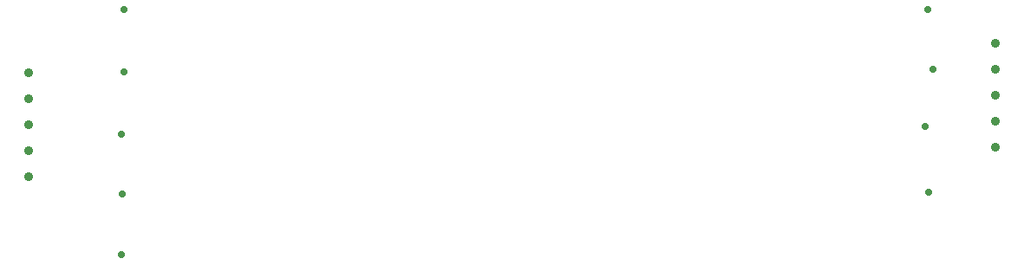
<source format=gbr>
%TF.GenerationSoftware,Altium Limited,Altium Designer,24.0.1 (36)*%
G04 Layer_Color=0*
%FSLAX45Y45*%
%MOMM*%
%TF.SameCoordinates,3215C8D0-E6B2-4662-8DC9-F85C750AE4ED*%
%TF.FilePolarity,Positive*%
%TF.FileFunction,Plated,1,2,PTH,Drill*%
%TF.Part,Single*%
G01*
G75*
%TA.AperFunction,ComponentDrill*%
%ADD28C,0.90000*%
%TA.AperFunction,ViaDrill,NotFilled*%
%ADD29C,0.71120*%
D28*
X13919200Y8331200D02*
D03*
Y7315200D02*
D03*
Y7569200D02*
D03*
Y7823200D02*
D03*
Y8077200D02*
D03*
X4483100Y8039100D02*
D03*
Y7023100D02*
D03*
Y7277100D02*
D03*
Y7531100D02*
D03*
Y7785100D02*
D03*
D29*
X5410200Y8661400D02*
D03*
X5384800Y6261100D02*
D03*
X5410200Y8051800D02*
D03*
X5384800Y7442200D02*
D03*
X5397500Y6858000D02*
D03*
X13271500Y6870700D02*
D03*
X13233400Y7518400D02*
D03*
X13309599Y8077200D02*
D03*
X13258800Y8661400D02*
D03*
%TF.MD5,26370663da32307290892f54e5c27f8a*%
M02*

</source>
